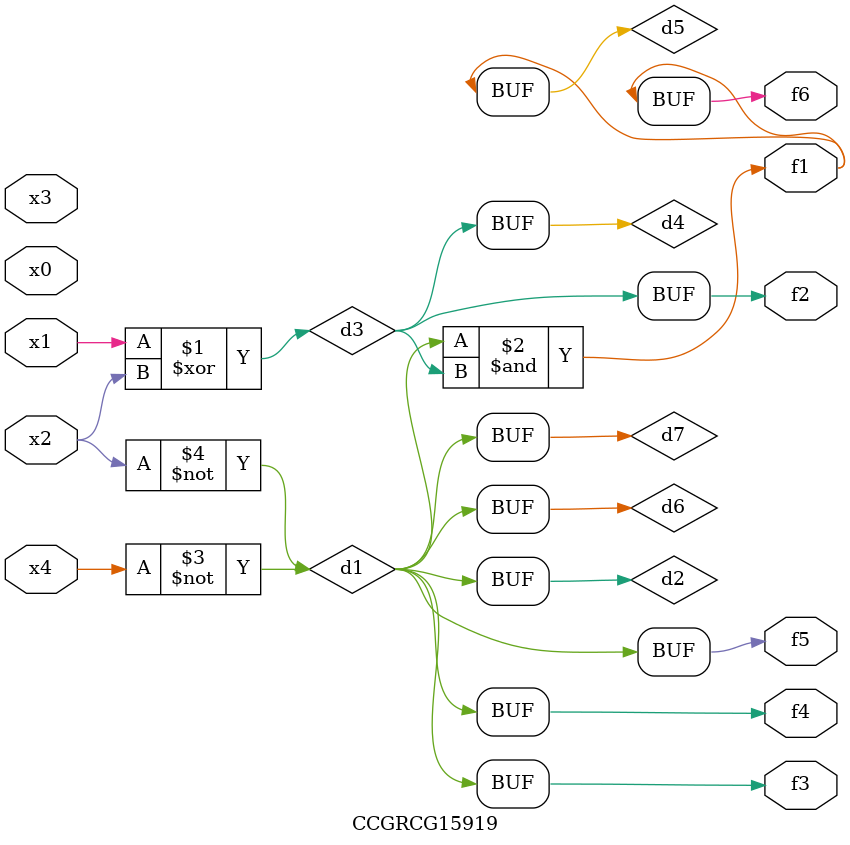
<source format=v>
module CCGRCG15919(
	input x0, x1, x2, x3, x4,
	output f1, f2, f3, f4, f5, f6
);

	wire d1, d2, d3, d4, d5, d6, d7;

	not (d1, x4);
	not (d2, x2);
	xor (d3, x1, x2);
	buf (d4, d3);
	and (d5, d1, d3);
	buf (d6, d1, d2);
	buf (d7, d2);
	assign f1 = d5;
	assign f2 = d4;
	assign f3 = d7;
	assign f4 = d7;
	assign f5 = d7;
	assign f6 = d5;
endmodule

</source>
